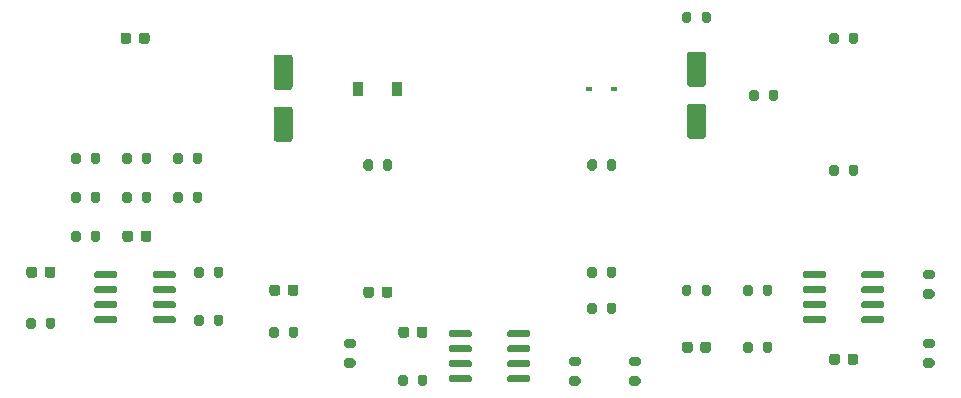
<source format=gbr>
G04 #@! TF.GenerationSoftware,KiCad,Pcbnew,(5.1.10)-1*
G04 #@! TF.CreationDate,2021-08-18T20:50:24-05:00*
G04 #@! TF.ProjectId,ConsolePedalPhaserSMT,436f6e73-6f6c-4655-9065-64616c506861,rev?*
G04 #@! TF.SameCoordinates,Original*
G04 #@! TF.FileFunction,Paste,Top*
G04 #@! TF.FilePolarity,Positive*
%FSLAX46Y46*%
G04 Gerber Fmt 4.6, Leading zero omitted, Abs format (unit mm)*
G04 Created by KiCad (PCBNEW (5.1.10)-1) date 2021-08-18 20:50:24*
%MOMM*%
%LPD*%
G01*
G04 APERTURE LIST*
%ADD10R,0.900000X1.200000*%
%ADD11R,0.600000X0.450000*%
G04 APERTURE END LIST*
G04 #@! TO.C,C1*
G36*
G01*
X95967000Y-100334000D02*
X95967000Y-100834000D01*
G75*
G02*
X95742000Y-101059000I-225000J0D01*
G01*
X95292000Y-101059000D01*
G75*
G02*
X95067000Y-100834000I0J225000D01*
G01*
X95067000Y-100334000D01*
G75*
G02*
X95292000Y-100109000I225000J0D01*
G01*
X95742000Y-100109000D01*
G75*
G02*
X95967000Y-100334000I0J-225000D01*
G01*
G37*
G36*
G01*
X94417000Y-100334000D02*
X94417000Y-100834000D01*
G75*
G02*
X94192000Y-101059000I-225000J0D01*
G01*
X93742000Y-101059000D01*
G75*
G02*
X93517000Y-100834000I0J225000D01*
G01*
X93517000Y-100334000D01*
G75*
G02*
X93742000Y-100109000I225000J0D01*
G01*
X94192000Y-100109000D01*
G75*
G02*
X94417000Y-100334000I0J-225000D01*
G01*
G37*
G04 #@! TD*
G04 #@! TO.C,C2*
G36*
G01*
X116541000Y-101858000D02*
X116541000Y-102358000D01*
G75*
G02*
X116316000Y-102583000I-225000J0D01*
G01*
X115866000Y-102583000D01*
G75*
G02*
X115641000Y-102358000I0J225000D01*
G01*
X115641000Y-101858000D01*
G75*
G02*
X115866000Y-101633000I225000J0D01*
G01*
X116316000Y-101633000D01*
G75*
G02*
X116541000Y-101858000I0J-225000D01*
G01*
G37*
G36*
G01*
X114991000Y-101858000D02*
X114991000Y-102358000D01*
G75*
G02*
X114766000Y-102583000I-225000J0D01*
G01*
X114316000Y-102583000D01*
G75*
G02*
X114091000Y-102358000I0J225000D01*
G01*
X114091000Y-101858000D01*
G75*
G02*
X114316000Y-101633000I225000J0D01*
G01*
X114766000Y-101633000D01*
G75*
G02*
X114991000Y-101858000I0J-225000D01*
G01*
G37*
G04 #@! TD*
G04 #@! TO.C,C3*
G36*
G01*
X125013000Y-105914000D02*
X125013000Y-105414000D01*
G75*
G02*
X125238000Y-105189000I225000J0D01*
G01*
X125688000Y-105189000D01*
G75*
G02*
X125913000Y-105414000I0J-225000D01*
G01*
X125913000Y-105914000D01*
G75*
G02*
X125688000Y-106139000I-225000J0D01*
G01*
X125238000Y-106139000D01*
G75*
G02*
X125013000Y-105914000I0J225000D01*
G01*
G37*
G36*
G01*
X126563000Y-105914000D02*
X126563000Y-105414000D01*
G75*
G02*
X126788000Y-105189000I225000J0D01*
G01*
X127238000Y-105189000D01*
G75*
G02*
X127463000Y-105414000I0J-225000D01*
G01*
X127463000Y-105914000D01*
G75*
G02*
X127238000Y-106139000I-225000J0D01*
G01*
X126788000Y-106139000D01*
G75*
G02*
X126563000Y-105914000I0J225000D01*
G01*
G37*
G04 #@! TD*
G04 #@! TO.C,C4*
G36*
G01*
X149925000Y-106684000D02*
X149925000Y-107184000D01*
G75*
G02*
X149700000Y-107409000I-225000J0D01*
G01*
X149250000Y-107409000D01*
G75*
G02*
X149025000Y-107184000I0J225000D01*
G01*
X149025000Y-106684000D01*
G75*
G02*
X149250000Y-106459000I225000J0D01*
G01*
X149700000Y-106459000D01*
G75*
G02*
X149925000Y-106684000I0J-225000D01*
G01*
G37*
G36*
G01*
X151475000Y-106684000D02*
X151475000Y-107184000D01*
G75*
G02*
X151250000Y-107409000I-225000J0D01*
G01*
X150800000Y-107409000D01*
G75*
G02*
X150575000Y-107184000I0J225000D01*
G01*
X150575000Y-106684000D01*
G75*
G02*
X150800000Y-106459000I225000J0D01*
G01*
X151250000Y-106459000D01*
G75*
G02*
X151475000Y-106684000I0J-225000D01*
G01*
G37*
G04 #@! TD*
G04 #@! TO.C,C5*
G36*
G01*
X162390000Y-107700000D02*
X162390000Y-108200000D01*
G75*
G02*
X162165000Y-108425000I-225000J0D01*
G01*
X161715000Y-108425000D01*
G75*
G02*
X161490000Y-108200000I0J225000D01*
G01*
X161490000Y-107700000D01*
G75*
G02*
X161715000Y-107475000I225000J0D01*
G01*
X162165000Y-107475000D01*
G75*
G02*
X162390000Y-107700000I0J-225000D01*
G01*
G37*
G36*
G01*
X163940000Y-107700000D02*
X163940000Y-108200000D01*
G75*
G02*
X163715000Y-108425000I-225000J0D01*
G01*
X163265000Y-108425000D01*
G75*
G02*
X163040000Y-108200000I0J225000D01*
G01*
X163040000Y-107700000D01*
G75*
G02*
X163265000Y-107475000I225000J0D01*
G01*
X163715000Y-107475000D01*
G75*
G02*
X163940000Y-107700000I0J-225000D01*
G01*
G37*
G04 #@! TD*
G04 #@! TO.C,C6*
G36*
G01*
X103040000Y-81022000D02*
X103040000Y-80522000D01*
G75*
G02*
X103265000Y-80297000I225000J0D01*
G01*
X103715000Y-80297000D01*
G75*
G02*
X103940000Y-80522000I0J-225000D01*
G01*
X103940000Y-81022000D01*
G75*
G02*
X103715000Y-81247000I-225000J0D01*
G01*
X103265000Y-81247000D01*
G75*
G02*
X103040000Y-81022000I0J225000D01*
G01*
G37*
G36*
G01*
X101490000Y-81022000D02*
X101490000Y-80522000D01*
G75*
G02*
X101715000Y-80297000I225000J0D01*
G01*
X102165000Y-80297000D01*
G75*
G02*
X102390000Y-80522000I0J-225000D01*
G01*
X102390000Y-81022000D01*
G75*
G02*
X102165000Y-81247000I-225000J0D01*
G01*
X101715000Y-81247000D01*
G75*
G02*
X101490000Y-81022000I0J225000D01*
G01*
G37*
G04 #@! TD*
G04 #@! TO.C,C7*
G36*
G01*
X149700000Y-81898000D02*
X150800000Y-81898000D01*
G75*
G02*
X151050000Y-82148000I0J-250000D01*
G01*
X151050000Y-84648000D01*
G75*
G02*
X150800000Y-84898000I-250000J0D01*
G01*
X149700000Y-84898000D01*
G75*
G02*
X149450000Y-84648000I0J250000D01*
G01*
X149450000Y-82148000D01*
G75*
G02*
X149700000Y-81898000I250000J0D01*
G01*
G37*
G36*
G01*
X149700000Y-86298000D02*
X150800000Y-86298000D01*
G75*
G02*
X151050000Y-86548000I0J-250000D01*
G01*
X151050000Y-89048000D01*
G75*
G02*
X150800000Y-89298000I-250000J0D01*
G01*
X149700000Y-89298000D01*
G75*
G02*
X149450000Y-89048000I0J250000D01*
G01*
X149450000Y-86548000D01*
G75*
G02*
X149700000Y-86298000I250000J0D01*
G01*
G37*
G04 #@! TD*
G04 #@! TO.C,C8*
G36*
G01*
X122045000Y-102520000D02*
X122045000Y-102020000D01*
G75*
G02*
X122270000Y-101795000I225000J0D01*
G01*
X122720000Y-101795000D01*
G75*
G02*
X122945000Y-102020000I0J-225000D01*
G01*
X122945000Y-102520000D01*
G75*
G02*
X122720000Y-102745000I-225000J0D01*
G01*
X122270000Y-102745000D01*
G75*
G02*
X122045000Y-102520000I0J225000D01*
G01*
G37*
G36*
G01*
X123595000Y-102520000D02*
X123595000Y-102020000D01*
G75*
G02*
X123820000Y-101795000I225000J0D01*
G01*
X124270000Y-101795000D01*
G75*
G02*
X124495000Y-102020000I0J-225000D01*
G01*
X124495000Y-102520000D01*
G75*
G02*
X124270000Y-102745000I-225000J0D01*
G01*
X123820000Y-102745000D01*
G75*
G02*
X123595000Y-102520000I0J225000D01*
G01*
G37*
G04 #@! TD*
G04 #@! TO.C,C9*
G36*
G01*
X102545000Y-97286000D02*
X102545000Y-97786000D01*
G75*
G02*
X102320000Y-98011000I-225000J0D01*
G01*
X101870000Y-98011000D01*
G75*
G02*
X101645000Y-97786000I0J225000D01*
G01*
X101645000Y-97286000D01*
G75*
G02*
X101870000Y-97061000I225000J0D01*
G01*
X102320000Y-97061000D01*
G75*
G02*
X102545000Y-97286000I0J-225000D01*
G01*
G37*
G36*
G01*
X104095000Y-97286000D02*
X104095000Y-97786000D01*
G75*
G02*
X103870000Y-98011000I-225000J0D01*
G01*
X103420000Y-98011000D01*
G75*
G02*
X103195000Y-97786000I0J225000D01*
G01*
X103195000Y-97286000D01*
G75*
G02*
X103420000Y-97061000I225000J0D01*
G01*
X103870000Y-97061000D01*
G75*
G02*
X104095000Y-97286000I0J-225000D01*
G01*
G37*
G04 #@! TD*
G04 #@! TO.C,C10*
G36*
G01*
X114700000Y-86552000D02*
X115800000Y-86552000D01*
G75*
G02*
X116050000Y-86802000I0J-250000D01*
G01*
X116050000Y-89302000D01*
G75*
G02*
X115800000Y-89552000I-250000J0D01*
G01*
X114700000Y-89552000D01*
G75*
G02*
X114450000Y-89302000I0J250000D01*
G01*
X114450000Y-86802000D01*
G75*
G02*
X114700000Y-86552000I250000J0D01*
G01*
G37*
G36*
G01*
X114700000Y-82152000D02*
X115800000Y-82152000D01*
G75*
G02*
X116050000Y-82402000I0J-250000D01*
G01*
X116050000Y-84902000D01*
G75*
G02*
X115800000Y-85152000I-250000J0D01*
G01*
X114700000Y-85152000D01*
G75*
G02*
X114450000Y-84902000I0J250000D01*
G01*
X114450000Y-82402000D01*
G75*
G02*
X114700000Y-82152000I250000J0D01*
G01*
G37*
G04 #@! TD*
D10*
G04 #@! TO.C,D1*
X124920000Y-85090000D03*
X121620000Y-85090000D03*
G04 #@! TD*
D11*
G04 #@! TO.C,D2*
X143290000Y-85090000D03*
X141190000Y-85090000D03*
G04 #@! TD*
G04 #@! TO.C,R1*
G36*
G01*
X95167000Y-105177000D02*
X95167000Y-104627000D01*
G75*
G02*
X95367000Y-104427000I200000J0D01*
G01*
X95767000Y-104427000D01*
G75*
G02*
X95967000Y-104627000I0J-200000D01*
G01*
X95967000Y-105177000D01*
G75*
G02*
X95767000Y-105377000I-200000J0D01*
G01*
X95367000Y-105377000D01*
G75*
G02*
X95167000Y-105177000I0J200000D01*
G01*
G37*
G36*
G01*
X93517000Y-105177000D02*
X93517000Y-104627000D01*
G75*
G02*
X93717000Y-104427000I200000J0D01*
G01*
X94117000Y-104427000D01*
G75*
G02*
X94317000Y-104627000I0J-200000D01*
G01*
X94317000Y-105177000D01*
G75*
G02*
X94117000Y-105377000I-200000J0D01*
G01*
X93717000Y-105377000D01*
G75*
G02*
X93517000Y-105177000I0J200000D01*
G01*
G37*
G04 #@! TD*
G04 #@! TO.C,R2*
G36*
G01*
X97327000Y-97811000D02*
X97327000Y-97261000D01*
G75*
G02*
X97527000Y-97061000I200000J0D01*
G01*
X97927000Y-97061000D01*
G75*
G02*
X98127000Y-97261000I0J-200000D01*
G01*
X98127000Y-97811000D01*
G75*
G02*
X97927000Y-98011000I-200000J0D01*
G01*
X97527000Y-98011000D01*
G75*
G02*
X97327000Y-97811000I0J200000D01*
G01*
G37*
G36*
G01*
X98977000Y-97811000D02*
X98977000Y-97261000D01*
G75*
G02*
X99177000Y-97061000I200000J0D01*
G01*
X99577000Y-97061000D01*
G75*
G02*
X99777000Y-97261000I0J-200000D01*
G01*
X99777000Y-97811000D01*
G75*
G02*
X99577000Y-98011000I-200000J0D01*
G01*
X99177000Y-98011000D01*
G75*
G02*
X98977000Y-97811000I0J200000D01*
G01*
G37*
G04 #@! TD*
G04 #@! TO.C,R3*
G36*
G01*
X98127000Y-93959000D02*
X98127000Y-94509000D01*
G75*
G02*
X97927000Y-94709000I-200000J0D01*
G01*
X97527000Y-94709000D01*
G75*
G02*
X97327000Y-94509000I0J200000D01*
G01*
X97327000Y-93959000D01*
G75*
G02*
X97527000Y-93759000I200000J0D01*
G01*
X97927000Y-93759000D01*
G75*
G02*
X98127000Y-93959000I0J-200000D01*
G01*
G37*
G36*
G01*
X99777000Y-93959000D02*
X99777000Y-94509000D01*
G75*
G02*
X99577000Y-94709000I-200000J0D01*
G01*
X99177000Y-94709000D01*
G75*
G02*
X98977000Y-94509000I0J200000D01*
G01*
X98977000Y-93959000D01*
G75*
G02*
X99177000Y-93759000I200000J0D01*
G01*
X99577000Y-93759000D01*
G75*
G02*
X99777000Y-93959000I0J-200000D01*
G01*
G37*
G04 #@! TD*
G04 #@! TO.C,R4*
G36*
G01*
X116541000Y-105389000D02*
X116541000Y-105939000D01*
G75*
G02*
X116341000Y-106139000I-200000J0D01*
G01*
X115941000Y-106139000D01*
G75*
G02*
X115741000Y-105939000I0J200000D01*
G01*
X115741000Y-105389000D01*
G75*
G02*
X115941000Y-105189000I200000J0D01*
G01*
X116341000Y-105189000D01*
G75*
G02*
X116541000Y-105389000I0J-200000D01*
G01*
G37*
G36*
G01*
X114891000Y-105389000D02*
X114891000Y-105939000D01*
G75*
G02*
X114691000Y-106139000I-200000J0D01*
G01*
X114291000Y-106139000D01*
G75*
G02*
X114091000Y-105939000I0J200000D01*
G01*
X114091000Y-105389000D01*
G75*
G02*
X114291000Y-105189000I200000J0D01*
G01*
X114691000Y-105189000D01*
G75*
G02*
X114891000Y-105389000I0J-200000D01*
G01*
G37*
G04 #@! TD*
G04 #@! TO.C,R5*
G36*
G01*
X120629000Y-107867000D02*
X121179000Y-107867000D01*
G75*
G02*
X121379000Y-108067000I0J-200000D01*
G01*
X121379000Y-108467000D01*
G75*
G02*
X121179000Y-108667000I-200000J0D01*
G01*
X120629000Y-108667000D01*
G75*
G02*
X120429000Y-108467000I0J200000D01*
G01*
X120429000Y-108067000D01*
G75*
G02*
X120629000Y-107867000I200000J0D01*
G01*
G37*
G36*
G01*
X120629000Y-106217000D02*
X121179000Y-106217000D01*
G75*
G02*
X121379000Y-106417000I0J-200000D01*
G01*
X121379000Y-106817000D01*
G75*
G02*
X121179000Y-107017000I-200000J0D01*
G01*
X120629000Y-107017000D01*
G75*
G02*
X120429000Y-106817000I0J200000D01*
G01*
X120429000Y-106417000D01*
G75*
G02*
X120629000Y-106217000I200000J0D01*
G01*
G37*
G04 #@! TD*
G04 #@! TO.C,R6*
G36*
G01*
X122045000Y-91775000D02*
X122045000Y-91225000D01*
G75*
G02*
X122245000Y-91025000I200000J0D01*
G01*
X122645000Y-91025000D01*
G75*
G02*
X122845000Y-91225000I0J-200000D01*
G01*
X122845000Y-91775000D01*
G75*
G02*
X122645000Y-91975000I-200000J0D01*
G01*
X122245000Y-91975000D01*
G75*
G02*
X122045000Y-91775000I0J200000D01*
G01*
G37*
G36*
G01*
X123695000Y-91775000D02*
X123695000Y-91225000D01*
G75*
G02*
X123895000Y-91025000I200000J0D01*
G01*
X124295000Y-91025000D01*
G75*
G02*
X124495000Y-91225000I0J-200000D01*
G01*
X124495000Y-91775000D01*
G75*
G02*
X124295000Y-91975000I-200000J0D01*
G01*
X123895000Y-91975000D01*
G75*
G02*
X123695000Y-91775000I0J200000D01*
G01*
G37*
G04 #@! TD*
G04 #@! TO.C,R7*
G36*
G01*
X141005000Y-91775000D02*
X141005000Y-91225000D01*
G75*
G02*
X141205000Y-91025000I200000J0D01*
G01*
X141605000Y-91025000D01*
G75*
G02*
X141805000Y-91225000I0J-200000D01*
G01*
X141805000Y-91775000D01*
G75*
G02*
X141605000Y-91975000I-200000J0D01*
G01*
X141205000Y-91975000D01*
G75*
G02*
X141005000Y-91775000I0J200000D01*
G01*
G37*
G36*
G01*
X142655000Y-91775000D02*
X142655000Y-91225000D01*
G75*
G02*
X142855000Y-91025000I200000J0D01*
G01*
X143255000Y-91025000D01*
G75*
G02*
X143455000Y-91225000I0J-200000D01*
G01*
X143455000Y-91775000D01*
G75*
G02*
X143255000Y-91975000I-200000J0D01*
G01*
X142855000Y-91975000D01*
G75*
G02*
X142655000Y-91775000I0J200000D01*
G01*
G37*
G04 #@! TD*
G04 #@! TO.C,R8*
G36*
G01*
X126663000Y-110003000D02*
X126663000Y-109453000D01*
G75*
G02*
X126863000Y-109253000I200000J0D01*
G01*
X127263000Y-109253000D01*
G75*
G02*
X127463000Y-109453000I0J-200000D01*
G01*
X127463000Y-110003000D01*
G75*
G02*
X127263000Y-110203000I-200000J0D01*
G01*
X126863000Y-110203000D01*
G75*
G02*
X126663000Y-110003000I0J200000D01*
G01*
G37*
G36*
G01*
X125013000Y-110003000D02*
X125013000Y-109453000D01*
G75*
G02*
X125213000Y-109253000I200000J0D01*
G01*
X125613000Y-109253000D01*
G75*
G02*
X125813000Y-109453000I0J-200000D01*
G01*
X125813000Y-110003000D01*
G75*
G02*
X125613000Y-110203000I-200000J0D01*
G01*
X125213000Y-110203000D01*
G75*
G02*
X125013000Y-110003000I0J200000D01*
G01*
G37*
G04 #@! TD*
G04 #@! TO.C,R9*
G36*
G01*
X140229000Y-110191000D02*
X139679000Y-110191000D01*
G75*
G02*
X139479000Y-109991000I0J200000D01*
G01*
X139479000Y-109591000D01*
G75*
G02*
X139679000Y-109391000I200000J0D01*
G01*
X140229000Y-109391000D01*
G75*
G02*
X140429000Y-109591000I0J-200000D01*
G01*
X140429000Y-109991000D01*
G75*
G02*
X140229000Y-110191000I-200000J0D01*
G01*
G37*
G36*
G01*
X140229000Y-108541000D02*
X139679000Y-108541000D01*
G75*
G02*
X139479000Y-108341000I0J200000D01*
G01*
X139479000Y-107941000D01*
G75*
G02*
X139679000Y-107741000I200000J0D01*
G01*
X140229000Y-107741000D01*
G75*
G02*
X140429000Y-107941000I0J-200000D01*
G01*
X140429000Y-108341000D01*
G75*
G02*
X140229000Y-108541000I-200000J0D01*
G01*
G37*
G04 #@! TD*
G04 #@! TO.C,R10*
G36*
G01*
X150675000Y-102383000D02*
X150675000Y-101833000D01*
G75*
G02*
X150875000Y-101633000I200000J0D01*
G01*
X151275000Y-101633000D01*
G75*
G02*
X151475000Y-101833000I0J-200000D01*
G01*
X151475000Y-102383000D01*
G75*
G02*
X151275000Y-102583000I-200000J0D01*
G01*
X150875000Y-102583000D01*
G75*
G02*
X150675000Y-102383000I0J200000D01*
G01*
G37*
G36*
G01*
X149025000Y-102383000D02*
X149025000Y-101833000D01*
G75*
G02*
X149225000Y-101633000I200000J0D01*
G01*
X149625000Y-101633000D01*
G75*
G02*
X149825000Y-101833000I0J-200000D01*
G01*
X149825000Y-102383000D01*
G75*
G02*
X149625000Y-102583000I-200000J0D01*
G01*
X149225000Y-102583000D01*
G75*
G02*
X149025000Y-102383000I0J200000D01*
G01*
G37*
G04 #@! TD*
G04 #@! TO.C,R11*
G36*
G01*
X163140000Y-92223000D02*
X163140000Y-91673000D01*
G75*
G02*
X163340000Y-91473000I200000J0D01*
G01*
X163740000Y-91473000D01*
G75*
G02*
X163940000Y-91673000I0J-200000D01*
G01*
X163940000Y-92223000D01*
G75*
G02*
X163740000Y-92423000I-200000J0D01*
G01*
X163340000Y-92423000D01*
G75*
G02*
X163140000Y-92223000I0J200000D01*
G01*
G37*
G36*
G01*
X161490000Y-92223000D02*
X161490000Y-91673000D01*
G75*
G02*
X161690000Y-91473000I200000J0D01*
G01*
X162090000Y-91473000D01*
G75*
G02*
X162290000Y-91673000I0J-200000D01*
G01*
X162290000Y-92223000D01*
G75*
G02*
X162090000Y-92423000I-200000J0D01*
G01*
X161690000Y-92423000D01*
G75*
G02*
X161490000Y-92223000I0J200000D01*
G01*
G37*
G04 #@! TD*
G04 #@! TO.C,R12*
G36*
G01*
X154223000Y-102383000D02*
X154223000Y-101833000D01*
G75*
G02*
X154423000Y-101633000I200000J0D01*
G01*
X154823000Y-101633000D01*
G75*
G02*
X155023000Y-101833000I0J-200000D01*
G01*
X155023000Y-102383000D01*
G75*
G02*
X154823000Y-102583000I-200000J0D01*
G01*
X154423000Y-102583000D01*
G75*
G02*
X154223000Y-102383000I0J200000D01*
G01*
G37*
G36*
G01*
X155873000Y-102383000D02*
X155873000Y-101833000D01*
G75*
G02*
X156073000Y-101633000I200000J0D01*
G01*
X156473000Y-101633000D01*
G75*
G02*
X156673000Y-101833000I0J-200000D01*
G01*
X156673000Y-102383000D01*
G75*
G02*
X156473000Y-102583000I-200000J0D01*
G01*
X156073000Y-102583000D01*
G75*
G02*
X155873000Y-102383000I0J200000D01*
G01*
G37*
G04 #@! TD*
G04 #@! TO.C,R13*
G36*
G01*
X170201000Y-107017000D02*
X169651000Y-107017000D01*
G75*
G02*
X169451000Y-106817000I0J200000D01*
G01*
X169451000Y-106417000D01*
G75*
G02*
X169651000Y-106217000I200000J0D01*
G01*
X170201000Y-106217000D01*
G75*
G02*
X170401000Y-106417000I0J-200000D01*
G01*
X170401000Y-106817000D01*
G75*
G02*
X170201000Y-107017000I-200000J0D01*
G01*
G37*
G36*
G01*
X170201000Y-108667000D02*
X169651000Y-108667000D01*
G75*
G02*
X169451000Y-108467000I0J200000D01*
G01*
X169451000Y-108067000D01*
G75*
G02*
X169651000Y-107867000I200000J0D01*
G01*
X170201000Y-107867000D01*
G75*
G02*
X170401000Y-108067000I0J-200000D01*
G01*
X170401000Y-108467000D01*
G75*
G02*
X170201000Y-108667000I-200000J0D01*
G01*
G37*
G04 #@! TD*
G04 #@! TO.C,R14*
G36*
G01*
X170201000Y-102825000D02*
X169651000Y-102825000D01*
G75*
G02*
X169451000Y-102625000I0J200000D01*
G01*
X169451000Y-102225000D01*
G75*
G02*
X169651000Y-102025000I200000J0D01*
G01*
X170201000Y-102025000D01*
G75*
G02*
X170401000Y-102225000I0J-200000D01*
G01*
X170401000Y-102625000D01*
G75*
G02*
X170201000Y-102825000I-200000J0D01*
G01*
G37*
G36*
G01*
X170201000Y-101175000D02*
X169651000Y-101175000D01*
G75*
G02*
X169451000Y-100975000I0J200000D01*
G01*
X169451000Y-100575000D01*
G75*
G02*
X169651000Y-100375000I200000J0D01*
G01*
X170201000Y-100375000D01*
G75*
G02*
X170401000Y-100575000I0J-200000D01*
G01*
X170401000Y-100975000D01*
G75*
G02*
X170201000Y-101175000I-200000J0D01*
G01*
G37*
G04 #@! TD*
G04 #@! TO.C,R15*
G36*
G01*
X161490000Y-81047000D02*
X161490000Y-80497000D01*
G75*
G02*
X161690000Y-80297000I200000J0D01*
G01*
X162090000Y-80297000D01*
G75*
G02*
X162290000Y-80497000I0J-200000D01*
G01*
X162290000Y-81047000D01*
G75*
G02*
X162090000Y-81247000I-200000J0D01*
G01*
X161690000Y-81247000D01*
G75*
G02*
X161490000Y-81047000I0J200000D01*
G01*
G37*
G36*
G01*
X163140000Y-81047000D02*
X163140000Y-80497000D01*
G75*
G02*
X163340000Y-80297000I200000J0D01*
G01*
X163740000Y-80297000D01*
G75*
G02*
X163940000Y-80497000I0J-200000D01*
G01*
X163940000Y-81047000D01*
G75*
G02*
X163740000Y-81247000I-200000J0D01*
G01*
X163340000Y-81247000D01*
G75*
G02*
X163140000Y-81047000I0J200000D01*
G01*
G37*
G04 #@! TD*
G04 #@! TO.C,R16*
G36*
G01*
X104095000Y-90657000D02*
X104095000Y-91207000D01*
G75*
G02*
X103895000Y-91407000I-200000J0D01*
G01*
X103495000Y-91407000D01*
G75*
G02*
X103295000Y-91207000I0J200000D01*
G01*
X103295000Y-90657000D01*
G75*
G02*
X103495000Y-90457000I200000J0D01*
G01*
X103895000Y-90457000D01*
G75*
G02*
X104095000Y-90657000I0J-200000D01*
G01*
G37*
G36*
G01*
X102445000Y-90657000D02*
X102445000Y-91207000D01*
G75*
G02*
X102245000Y-91407000I-200000J0D01*
G01*
X101845000Y-91407000D01*
G75*
G02*
X101645000Y-91207000I0J200000D01*
G01*
X101645000Y-90657000D01*
G75*
G02*
X101845000Y-90457000I200000J0D01*
G01*
X102245000Y-90457000D01*
G75*
G02*
X102445000Y-90657000I0J-200000D01*
G01*
G37*
G04 #@! TD*
G04 #@! TO.C,R17*
G36*
G01*
X98977000Y-91207000D02*
X98977000Y-90657000D01*
G75*
G02*
X99177000Y-90457000I200000J0D01*
G01*
X99577000Y-90457000D01*
G75*
G02*
X99777000Y-90657000I0J-200000D01*
G01*
X99777000Y-91207000D01*
G75*
G02*
X99577000Y-91407000I-200000J0D01*
G01*
X99177000Y-91407000D01*
G75*
G02*
X98977000Y-91207000I0J200000D01*
G01*
G37*
G36*
G01*
X97327000Y-91207000D02*
X97327000Y-90657000D01*
G75*
G02*
X97527000Y-90457000I200000J0D01*
G01*
X97927000Y-90457000D01*
G75*
G02*
X98127000Y-90657000I0J-200000D01*
G01*
X98127000Y-91207000D01*
G75*
G02*
X97927000Y-91407000I-200000J0D01*
G01*
X97527000Y-91407000D01*
G75*
G02*
X97327000Y-91207000I0J200000D01*
G01*
G37*
G04 #@! TD*
G04 #@! TO.C,R18*
G36*
G01*
X103295000Y-94509000D02*
X103295000Y-93959000D01*
G75*
G02*
X103495000Y-93759000I200000J0D01*
G01*
X103895000Y-93759000D01*
G75*
G02*
X104095000Y-93959000I0J-200000D01*
G01*
X104095000Y-94509000D01*
G75*
G02*
X103895000Y-94709000I-200000J0D01*
G01*
X103495000Y-94709000D01*
G75*
G02*
X103295000Y-94509000I0J200000D01*
G01*
G37*
G36*
G01*
X101645000Y-94509000D02*
X101645000Y-93959000D01*
G75*
G02*
X101845000Y-93759000I200000J0D01*
G01*
X102245000Y-93759000D01*
G75*
G02*
X102445000Y-93959000I0J-200000D01*
G01*
X102445000Y-94509000D01*
G75*
G02*
X102245000Y-94709000I-200000J0D01*
G01*
X101845000Y-94709000D01*
G75*
G02*
X101645000Y-94509000I0J200000D01*
G01*
G37*
G04 #@! TD*
G04 #@! TO.C,R19*
G36*
G01*
X154223000Y-107209000D02*
X154223000Y-106659000D01*
G75*
G02*
X154423000Y-106459000I200000J0D01*
G01*
X154823000Y-106459000D01*
G75*
G02*
X155023000Y-106659000I0J-200000D01*
G01*
X155023000Y-107209000D01*
G75*
G02*
X154823000Y-107409000I-200000J0D01*
G01*
X154423000Y-107409000D01*
G75*
G02*
X154223000Y-107209000I0J200000D01*
G01*
G37*
G36*
G01*
X155873000Y-107209000D02*
X155873000Y-106659000D01*
G75*
G02*
X156073000Y-106459000I200000J0D01*
G01*
X156473000Y-106459000D01*
G75*
G02*
X156673000Y-106659000I0J-200000D01*
G01*
X156673000Y-107209000D01*
G75*
G02*
X156473000Y-107409000I-200000J0D01*
G01*
X156073000Y-107409000D01*
G75*
G02*
X155873000Y-107209000I0J200000D01*
G01*
G37*
G04 #@! TD*
G04 #@! TO.C,R20*
G36*
G01*
X142665000Y-103907000D02*
X142665000Y-103357000D01*
G75*
G02*
X142865000Y-103157000I200000J0D01*
G01*
X143265000Y-103157000D01*
G75*
G02*
X143465000Y-103357000I0J-200000D01*
G01*
X143465000Y-103907000D01*
G75*
G02*
X143265000Y-104107000I-200000J0D01*
G01*
X142865000Y-104107000D01*
G75*
G02*
X142665000Y-103907000I0J200000D01*
G01*
G37*
G36*
G01*
X141015000Y-103907000D02*
X141015000Y-103357000D01*
G75*
G02*
X141215000Y-103157000I200000J0D01*
G01*
X141615000Y-103157000D01*
G75*
G02*
X141815000Y-103357000I0J-200000D01*
G01*
X141815000Y-103907000D01*
G75*
G02*
X141615000Y-104107000I-200000J0D01*
G01*
X141215000Y-104107000D01*
G75*
G02*
X141015000Y-103907000I0J200000D01*
G01*
G37*
G04 #@! TD*
G04 #@! TO.C,R21*
G36*
G01*
X157181000Y-85323000D02*
X157181000Y-85873000D01*
G75*
G02*
X156981000Y-86073000I-200000J0D01*
G01*
X156581000Y-86073000D01*
G75*
G02*
X156381000Y-85873000I0J200000D01*
G01*
X156381000Y-85323000D01*
G75*
G02*
X156581000Y-85123000I200000J0D01*
G01*
X156981000Y-85123000D01*
G75*
G02*
X157181000Y-85323000I0J-200000D01*
G01*
G37*
G36*
G01*
X155531000Y-85323000D02*
X155531000Y-85873000D01*
G75*
G02*
X155331000Y-86073000I-200000J0D01*
G01*
X154931000Y-86073000D01*
G75*
G02*
X154731000Y-85873000I0J200000D01*
G01*
X154731000Y-85323000D01*
G75*
G02*
X154931000Y-85123000I200000J0D01*
G01*
X155331000Y-85123000D01*
G75*
G02*
X155531000Y-85323000I0J-200000D01*
G01*
G37*
G04 #@! TD*
G04 #@! TO.C,R22*
G36*
G01*
X142655000Y-100859000D02*
X142655000Y-100309000D01*
G75*
G02*
X142855000Y-100109000I200000J0D01*
G01*
X143255000Y-100109000D01*
G75*
G02*
X143455000Y-100309000I0J-200000D01*
G01*
X143455000Y-100859000D01*
G75*
G02*
X143255000Y-101059000I-200000J0D01*
G01*
X142855000Y-101059000D01*
G75*
G02*
X142655000Y-100859000I0J200000D01*
G01*
G37*
G36*
G01*
X141005000Y-100859000D02*
X141005000Y-100309000D01*
G75*
G02*
X141205000Y-100109000I200000J0D01*
G01*
X141605000Y-100109000D01*
G75*
G02*
X141805000Y-100309000I0J-200000D01*
G01*
X141805000Y-100859000D01*
G75*
G02*
X141605000Y-101059000I-200000J0D01*
G01*
X141205000Y-101059000D01*
G75*
G02*
X141005000Y-100859000I0J200000D01*
G01*
G37*
G04 #@! TD*
G04 #@! TO.C,R23*
G36*
G01*
X149025000Y-79269000D02*
X149025000Y-78719000D01*
G75*
G02*
X149225000Y-78519000I200000J0D01*
G01*
X149625000Y-78519000D01*
G75*
G02*
X149825000Y-78719000I0J-200000D01*
G01*
X149825000Y-79269000D01*
G75*
G02*
X149625000Y-79469000I-200000J0D01*
G01*
X149225000Y-79469000D01*
G75*
G02*
X149025000Y-79269000I0J200000D01*
G01*
G37*
G36*
G01*
X150675000Y-79269000D02*
X150675000Y-78719000D01*
G75*
G02*
X150875000Y-78519000I200000J0D01*
G01*
X151275000Y-78519000D01*
G75*
G02*
X151475000Y-78719000I0J-200000D01*
G01*
X151475000Y-79269000D01*
G75*
G02*
X151275000Y-79469000I-200000J0D01*
G01*
X150875000Y-79469000D01*
G75*
G02*
X150675000Y-79269000I0J200000D01*
G01*
G37*
G04 #@! TD*
G04 #@! TO.C,R24*
G36*
G01*
X107613000Y-94509000D02*
X107613000Y-93959000D01*
G75*
G02*
X107813000Y-93759000I200000J0D01*
G01*
X108213000Y-93759000D01*
G75*
G02*
X108413000Y-93959000I0J-200000D01*
G01*
X108413000Y-94509000D01*
G75*
G02*
X108213000Y-94709000I-200000J0D01*
G01*
X107813000Y-94709000D01*
G75*
G02*
X107613000Y-94509000I0J200000D01*
G01*
G37*
G36*
G01*
X105963000Y-94509000D02*
X105963000Y-93959000D01*
G75*
G02*
X106163000Y-93759000I200000J0D01*
G01*
X106563000Y-93759000D01*
G75*
G02*
X106763000Y-93959000I0J-200000D01*
G01*
X106763000Y-94509000D01*
G75*
G02*
X106563000Y-94709000I-200000J0D01*
G01*
X106163000Y-94709000D01*
G75*
G02*
X105963000Y-94509000I0J200000D01*
G01*
G37*
G04 #@! TD*
G04 #@! TO.C,R25*
G36*
G01*
X109391000Y-100859000D02*
X109391000Y-100309000D01*
G75*
G02*
X109591000Y-100109000I200000J0D01*
G01*
X109991000Y-100109000D01*
G75*
G02*
X110191000Y-100309000I0J-200000D01*
G01*
X110191000Y-100859000D01*
G75*
G02*
X109991000Y-101059000I-200000J0D01*
G01*
X109591000Y-101059000D01*
G75*
G02*
X109391000Y-100859000I0J200000D01*
G01*
G37*
G36*
G01*
X107741000Y-100859000D02*
X107741000Y-100309000D01*
G75*
G02*
X107941000Y-100109000I200000J0D01*
G01*
X108341000Y-100109000D01*
G75*
G02*
X108541000Y-100309000I0J-200000D01*
G01*
X108541000Y-100859000D01*
G75*
G02*
X108341000Y-101059000I-200000J0D01*
G01*
X107941000Y-101059000D01*
G75*
G02*
X107741000Y-100859000I0J200000D01*
G01*
G37*
G04 #@! TD*
G04 #@! TO.C,R26*
G36*
G01*
X107741000Y-104923000D02*
X107741000Y-104373000D01*
G75*
G02*
X107941000Y-104173000I200000J0D01*
G01*
X108341000Y-104173000D01*
G75*
G02*
X108541000Y-104373000I0J-200000D01*
G01*
X108541000Y-104923000D01*
G75*
G02*
X108341000Y-105123000I-200000J0D01*
G01*
X107941000Y-105123000D01*
G75*
G02*
X107741000Y-104923000I0J200000D01*
G01*
G37*
G36*
G01*
X109391000Y-104923000D02*
X109391000Y-104373000D01*
G75*
G02*
X109591000Y-104173000I200000J0D01*
G01*
X109991000Y-104173000D01*
G75*
G02*
X110191000Y-104373000I0J-200000D01*
G01*
X110191000Y-104923000D01*
G75*
G02*
X109991000Y-105123000I-200000J0D01*
G01*
X109591000Y-105123000D01*
G75*
G02*
X109391000Y-104923000I0J200000D01*
G01*
G37*
G04 #@! TD*
G04 #@! TO.C,R27*
G36*
G01*
X105963000Y-91207000D02*
X105963000Y-90657000D01*
G75*
G02*
X106163000Y-90457000I200000J0D01*
G01*
X106563000Y-90457000D01*
G75*
G02*
X106763000Y-90657000I0J-200000D01*
G01*
X106763000Y-91207000D01*
G75*
G02*
X106563000Y-91407000I-200000J0D01*
G01*
X106163000Y-91407000D01*
G75*
G02*
X105963000Y-91207000I0J200000D01*
G01*
G37*
G36*
G01*
X107613000Y-91207000D02*
X107613000Y-90657000D01*
G75*
G02*
X107813000Y-90457000I200000J0D01*
G01*
X108213000Y-90457000D01*
G75*
G02*
X108413000Y-90657000I0J-200000D01*
G01*
X108413000Y-91207000D01*
G75*
G02*
X108213000Y-91407000I-200000J0D01*
G01*
X107813000Y-91407000D01*
G75*
G02*
X107613000Y-91207000I0J200000D01*
G01*
G37*
G04 #@! TD*
G04 #@! TO.C,R28*
G36*
G01*
X144759000Y-109391000D02*
X145309000Y-109391000D01*
G75*
G02*
X145509000Y-109591000I0J-200000D01*
G01*
X145509000Y-109991000D01*
G75*
G02*
X145309000Y-110191000I-200000J0D01*
G01*
X144759000Y-110191000D01*
G75*
G02*
X144559000Y-109991000I0J200000D01*
G01*
X144559000Y-109591000D01*
G75*
G02*
X144759000Y-109391000I200000J0D01*
G01*
G37*
G36*
G01*
X144759000Y-107741000D02*
X145309000Y-107741000D01*
G75*
G02*
X145509000Y-107941000I0J-200000D01*
G01*
X145509000Y-108341000D01*
G75*
G02*
X145309000Y-108541000I-200000J0D01*
G01*
X144759000Y-108541000D01*
G75*
G02*
X144559000Y-108341000I0J200000D01*
G01*
X144559000Y-107941000D01*
G75*
G02*
X144759000Y-107741000I200000J0D01*
G01*
G37*
G04 #@! TD*
G04 #@! TO.C,U1*
G36*
G01*
X99265000Y-100941000D02*
X99265000Y-100641000D01*
G75*
G02*
X99415000Y-100491000I150000J0D01*
G01*
X101065000Y-100491000D01*
G75*
G02*
X101215000Y-100641000I0J-150000D01*
G01*
X101215000Y-100941000D01*
G75*
G02*
X101065000Y-101091000I-150000J0D01*
G01*
X99415000Y-101091000D01*
G75*
G02*
X99265000Y-100941000I0J150000D01*
G01*
G37*
G36*
G01*
X99265000Y-102211000D02*
X99265000Y-101911000D01*
G75*
G02*
X99415000Y-101761000I150000J0D01*
G01*
X101065000Y-101761000D01*
G75*
G02*
X101215000Y-101911000I0J-150000D01*
G01*
X101215000Y-102211000D01*
G75*
G02*
X101065000Y-102361000I-150000J0D01*
G01*
X99415000Y-102361000D01*
G75*
G02*
X99265000Y-102211000I0J150000D01*
G01*
G37*
G36*
G01*
X99265000Y-103481000D02*
X99265000Y-103181000D01*
G75*
G02*
X99415000Y-103031000I150000J0D01*
G01*
X101065000Y-103031000D01*
G75*
G02*
X101215000Y-103181000I0J-150000D01*
G01*
X101215000Y-103481000D01*
G75*
G02*
X101065000Y-103631000I-150000J0D01*
G01*
X99415000Y-103631000D01*
G75*
G02*
X99265000Y-103481000I0J150000D01*
G01*
G37*
G36*
G01*
X99265000Y-104751000D02*
X99265000Y-104451000D01*
G75*
G02*
X99415000Y-104301000I150000J0D01*
G01*
X101065000Y-104301000D01*
G75*
G02*
X101215000Y-104451000I0J-150000D01*
G01*
X101215000Y-104751000D01*
G75*
G02*
X101065000Y-104901000I-150000J0D01*
G01*
X99415000Y-104901000D01*
G75*
G02*
X99265000Y-104751000I0J150000D01*
G01*
G37*
G36*
G01*
X104215000Y-104751000D02*
X104215000Y-104451000D01*
G75*
G02*
X104365000Y-104301000I150000J0D01*
G01*
X106015000Y-104301000D01*
G75*
G02*
X106165000Y-104451000I0J-150000D01*
G01*
X106165000Y-104751000D01*
G75*
G02*
X106015000Y-104901000I-150000J0D01*
G01*
X104365000Y-104901000D01*
G75*
G02*
X104215000Y-104751000I0J150000D01*
G01*
G37*
G36*
G01*
X104215000Y-103481000D02*
X104215000Y-103181000D01*
G75*
G02*
X104365000Y-103031000I150000J0D01*
G01*
X106015000Y-103031000D01*
G75*
G02*
X106165000Y-103181000I0J-150000D01*
G01*
X106165000Y-103481000D01*
G75*
G02*
X106015000Y-103631000I-150000J0D01*
G01*
X104365000Y-103631000D01*
G75*
G02*
X104215000Y-103481000I0J150000D01*
G01*
G37*
G36*
G01*
X104215000Y-102211000D02*
X104215000Y-101911000D01*
G75*
G02*
X104365000Y-101761000I150000J0D01*
G01*
X106015000Y-101761000D01*
G75*
G02*
X106165000Y-101911000I0J-150000D01*
G01*
X106165000Y-102211000D01*
G75*
G02*
X106015000Y-102361000I-150000J0D01*
G01*
X104365000Y-102361000D01*
G75*
G02*
X104215000Y-102211000I0J150000D01*
G01*
G37*
G36*
G01*
X104215000Y-100941000D02*
X104215000Y-100641000D01*
G75*
G02*
X104365000Y-100491000I150000J0D01*
G01*
X106015000Y-100491000D01*
G75*
G02*
X106165000Y-100641000I0J-150000D01*
G01*
X106165000Y-100941000D01*
G75*
G02*
X106015000Y-101091000I-150000J0D01*
G01*
X104365000Y-101091000D01*
G75*
G02*
X104215000Y-100941000I0J150000D01*
G01*
G37*
G04 #@! TD*
G04 #@! TO.C,U2*
G36*
G01*
X134215000Y-105941000D02*
X134215000Y-105641000D01*
G75*
G02*
X134365000Y-105491000I150000J0D01*
G01*
X136015000Y-105491000D01*
G75*
G02*
X136165000Y-105641000I0J-150000D01*
G01*
X136165000Y-105941000D01*
G75*
G02*
X136015000Y-106091000I-150000J0D01*
G01*
X134365000Y-106091000D01*
G75*
G02*
X134215000Y-105941000I0J150000D01*
G01*
G37*
G36*
G01*
X134215000Y-107211000D02*
X134215000Y-106911000D01*
G75*
G02*
X134365000Y-106761000I150000J0D01*
G01*
X136015000Y-106761000D01*
G75*
G02*
X136165000Y-106911000I0J-150000D01*
G01*
X136165000Y-107211000D01*
G75*
G02*
X136015000Y-107361000I-150000J0D01*
G01*
X134365000Y-107361000D01*
G75*
G02*
X134215000Y-107211000I0J150000D01*
G01*
G37*
G36*
G01*
X134215000Y-108481000D02*
X134215000Y-108181000D01*
G75*
G02*
X134365000Y-108031000I150000J0D01*
G01*
X136015000Y-108031000D01*
G75*
G02*
X136165000Y-108181000I0J-150000D01*
G01*
X136165000Y-108481000D01*
G75*
G02*
X136015000Y-108631000I-150000J0D01*
G01*
X134365000Y-108631000D01*
G75*
G02*
X134215000Y-108481000I0J150000D01*
G01*
G37*
G36*
G01*
X134215000Y-109751000D02*
X134215000Y-109451000D01*
G75*
G02*
X134365000Y-109301000I150000J0D01*
G01*
X136015000Y-109301000D01*
G75*
G02*
X136165000Y-109451000I0J-150000D01*
G01*
X136165000Y-109751000D01*
G75*
G02*
X136015000Y-109901000I-150000J0D01*
G01*
X134365000Y-109901000D01*
G75*
G02*
X134215000Y-109751000I0J150000D01*
G01*
G37*
G36*
G01*
X129265000Y-109751000D02*
X129265000Y-109451000D01*
G75*
G02*
X129415000Y-109301000I150000J0D01*
G01*
X131065000Y-109301000D01*
G75*
G02*
X131215000Y-109451000I0J-150000D01*
G01*
X131215000Y-109751000D01*
G75*
G02*
X131065000Y-109901000I-150000J0D01*
G01*
X129415000Y-109901000D01*
G75*
G02*
X129265000Y-109751000I0J150000D01*
G01*
G37*
G36*
G01*
X129265000Y-108481000D02*
X129265000Y-108181000D01*
G75*
G02*
X129415000Y-108031000I150000J0D01*
G01*
X131065000Y-108031000D01*
G75*
G02*
X131215000Y-108181000I0J-150000D01*
G01*
X131215000Y-108481000D01*
G75*
G02*
X131065000Y-108631000I-150000J0D01*
G01*
X129415000Y-108631000D01*
G75*
G02*
X129265000Y-108481000I0J150000D01*
G01*
G37*
G36*
G01*
X129265000Y-107211000D02*
X129265000Y-106911000D01*
G75*
G02*
X129415000Y-106761000I150000J0D01*
G01*
X131065000Y-106761000D01*
G75*
G02*
X131215000Y-106911000I0J-150000D01*
G01*
X131215000Y-107211000D01*
G75*
G02*
X131065000Y-107361000I-150000J0D01*
G01*
X129415000Y-107361000D01*
G75*
G02*
X129265000Y-107211000I0J150000D01*
G01*
G37*
G36*
G01*
X129265000Y-105941000D02*
X129265000Y-105641000D01*
G75*
G02*
X129415000Y-105491000I150000J0D01*
G01*
X131065000Y-105491000D01*
G75*
G02*
X131215000Y-105641000I0J-150000D01*
G01*
X131215000Y-105941000D01*
G75*
G02*
X131065000Y-106091000I-150000J0D01*
G01*
X129415000Y-106091000D01*
G75*
G02*
X129265000Y-105941000I0J150000D01*
G01*
G37*
G04 #@! TD*
G04 #@! TO.C,U3*
G36*
G01*
X159265000Y-100941000D02*
X159265000Y-100641000D01*
G75*
G02*
X159415000Y-100491000I150000J0D01*
G01*
X161065000Y-100491000D01*
G75*
G02*
X161215000Y-100641000I0J-150000D01*
G01*
X161215000Y-100941000D01*
G75*
G02*
X161065000Y-101091000I-150000J0D01*
G01*
X159415000Y-101091000D01*
G75*
G02*
X159265000Y-100941000I0J150000D01*
G01*
G37*
G36*
G01*
X159265000Y-102211000D02*
X159265000Y-101911000D01*
G75*
G02*
X159415000Y-101761000I150000J0D01*
G01*
X161065000Y-101761000D01*
G75*
G02*
X161215000Y-101911000I0J-150000D01*
G01*
X161215000Y-102211000D01*
G75*
G02*
X161065000Y-102361000I-150000J0D01*
G01*
X159415000Y-102361000D01*
G75*
G02*
X159265000Y-102211000I0J150000D01*
G01*
G37*
G36*
G01*
X159265000Y-103481000D02*
X159265000Y-103181000D01*
G75*
G02*
X159415000Y-103031000I150000J0D01*
G01*
X161065000Y-103031000D01*
G75*
G02*
X161215000Y-103181000I0J-150000D01*
G01*
X161215000Y-103481000D01*
G75*
G02*
X161065000Y-103631000I-150000J0D01*
G01*
X159415000Y-103631000D01*
G75*
G02*
X159265000Y-103481000I0J150000D01*
G01*
G37*
G36*
G01*
X159265000Y-104751000D02*
X159265000Y-104451000D01*
G75*
G02*
X159415000Y-104301000I150000J0D01*
G01*
X161065000Y-104301000D01*
G75*
G02*
X161215000Y-104451000I0J-150000D01*
G01*
X161215000Y-104751000D01*
G75*
G02*
X161065000Y-104901000I-150000J0D01*
G01*
X159415000Y-104901000D01*
G75*
G02*
X159265000Y-104751000I0J150000D01*
G01*
G37*
G36*
G01*
X164215000Y-104751000D02*
X164215000Y-104451000D01*
G75*
G02*
X164365000Y-104301000I150000J0D01*
G01*
X166015000Y-104301000D01*
G75*
G02*
X166165000Y-104451000I0J-150000D01*
G01*
X166165000Y-104751000D01*
G75*
G02*
X166015000Y-104901000I-150000J0D01*
G01*
X164365000Y-104901000D01*
G75*
G02*
X164215000Y-104751000I0J150000D01*
G01*
G37*
G36*
G01*
X164215000Y-103481000D02*
X164215000Y-103181000D01*
G75*
G02*
X164365000Y-103031000I150000J0D01*
G01*
X166015000Y-103031000D01*
G75*
G02*
X166165000Y-103181000I0J-150000D01*
G01*
X166165000Y-103481000D01*
G75*
G02*
X166015000Y-103631000I-150000J0D01*
G01*
X164365000Y-103631000D01*
G75*
G02*
X164215000Y-103481000I0J150000D01*
G01*
G37*
G36*
G01*
X164215000Y-102211000D02*
X164215000Y-101911000D01*
G75*
G02*
X164365000Y-101761000I150000J0D01*
G01*
X166015000Y-101761000D01*
G75*
G02*
X166165000Y-101911000I0J-150000D01*
G01*
X166165000Y-102211000D01*
G75*
G02*
X166015000Y-102361000I-150000J0D01*
G01*
X164365000Y-102361000D01*
G75*
G02*
X164215000Y-102211000I0J150000D01*
G01*
G37*
G36*
G01*
X164215000Y-100941000D02*
X164215000Y-100641000D01*
G75*
G02*
X164365000Y-100491000I150000J0D01*
G01*
X166015000Y-100491000D01*
G75*
G02*
X166165000Y-100641000I0J-150000D01*
G01*
X166165000Y-100941000D01*
G75*
G02*
X166015000Y-101091000I-150000J0D01*
G01*
X164365000Y-101091000D01*
G75*
G02*
X164215000Y-100941000I0J150000D01*
G01*
G37*
G04 #@! TD*
M02*

</source>
